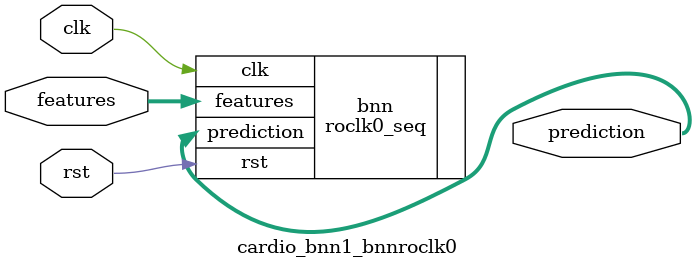
<source format=v>













module cardio_bnn1_bnnroclk0 #(

parameter FEAT_CNT = 19,
parameter HIDDEN_CNT = 40,
parameter FEAT_BITS = 4,
parameter CLASS_CNT = 3,
parameter TEST_CNT = 1000


  ) (
  input clk,
  input rst,
  input [FEAT_CNT*FEAT_BITS-1:0] features,
  output [$clog2(CLASS_CNT)-1:0] prediction
  );

  localparam Weights0 = 760'b0000011011111100100011101010010000101011000001110111011001000001001000110000111101101000110100100011001000110001010010010100000010100011010111011011101110101010101110011100110100000011000000001011000010110101111110000101100111100000111010111101011100000011110111010000010010010110100011110010111010100010011000001100011000110011100010000001000111001010111001010110100000001000000110000111000100001010011111100000111010111000011011010101001110100100001011101110010000010010101000111101011000101100000000011011101000010000000110011110101001111111001000110000000101001000011000101001101010101011101101011010101100110010001111011001000101101100110001101001000010001110101101101101101110101100101111000110001001010100100101000101011100100101010100111101000110101011 ;
  localparam Weights1 = 120'b101010000001111100000011001000100011100111001011000110110011011101101001101001110100101100111001001101110110000110110011 ;

  roclk0_seq #(.FEAT_CNT(FEAT_CNT),.FEAT_BITS(FEAT_BITS),.HIDDEN_CNT(HIDDEN_CNT),.CLASS_CNT(CLASS_CNT),.Weights0(Weights0),.Weights1(Weights1)) bnn (
    .clk(clk),
    .rst(rst),
    .features(features),
    .prediction(prediction)
  );

endmodule

</source>
